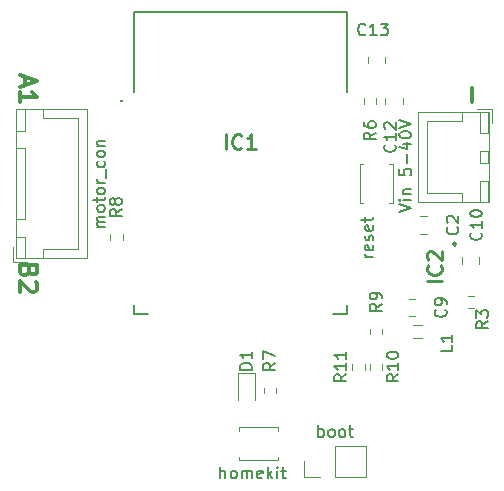
<source format=gbr>
%TF.GenerationSoftware,KiCad,Pcbnew,(6.0.5)*%
%TF.CreationDate,2022-06-02T01:51:08+02:00*%
%TF.ProjectId,Hardware,48617264-7761-4726-952e-6b696361645f,rev?*%
%TF.SameCoordinates,Original*%
%TF.FileFunction,Legend,Top*%
%TF.FilePolarity,Positive*%
%FSLAX46Y46*%
G04 Gerber Fmt 4.6, Leading zero omitted, Abs format (unit mm)*
G04 Created by KiCad (PCBNEW (6.0.5)) date 2022-06-02 01:51:08*
%MOMM*%
%LPD*%
G01*
G04 APERTURE LIST*
%ADD10C,0.300000*%
%ADD11C,0.254000*%
%ADD12C,0.150000*%
%ADD13C,0.200000*%
%ADD14C,0.120000*%
%ADD15C,0.250000*%
G04 APERTURE END LIST*
D10*
X96607142Y-117892857D02*
X96535714Y-118107142D01*
X96464285Y-118178571D01*
X96321428Y-118250000D01*
X96107142Y-118250000D01*
X95964285Y-118178571D01*
X95892857Y-118107142D01*
X95821428Y-117964285D01*
X95821428Y-117392857D01*
X97321428Y-117392857D01*
X97321428Y-117892857D01*
X97250000Y-118035714D01*
X97178571Y-118107142D01*
X97035714Y-118178571D01*
X96892857Y-118178571D01*
X96750000Y-118107142D01*
X96678571Y-118035714D01*
X96607142Y-117892857D01*
X96607142Y-117392857D01*
X97178571Y-118821428D02*
X97250000Y-118892857D01*
X97321428Y-119035714D01*
X97321428Y-119392857D01*
X97250000Y-119535714D01*
X97178571Y-119607142D01*
X97035714Y-119678571D01*
X96892857Y-119678571D01*
X96678571Y-119607142D01*
X95821428Y-118750000D01*
X95821428Y-119678571D01*
X96250000Y-101428571D02*
X96250000Y-102142857D01*
X95821428Y-101285714D02*
X97321428Y-101785714D01*
X95821428Y-102285714D01*
X95821428Y-103571428D02*
X95821428Y-102714285D01*
X95821428Y-103142857D02*
X97321428Y-103142857D01*
X97107142Y-103000000D01*
X96964285Y-102857142D01*
X96892857Y-102714285D01*
X134107142Y-103571428D02*
X134107142Y-102428571D01*
D11*
%TO.C,IC1*%
X113260238Y-107574523D02*
X113260238Y-106304523D01*
X114590714Y-107453571D02*
X114530238Y-107514047D01*
X114348809Y-107574523D01*
X114227857Y-107574523D01*
X114046428Y-107514047D01*
X113925476Y-107393095D01*
X113865000Y-107272142D01*
X113804523Y-107030238D01*
X113804523Y-106848809D01*
X113865000Y-106606904D01*
X113925476Y-106485952D01*
X114046428Y-106365000D01*
X114227857Y-106304523D01*
X114348809Y-106304523D01*
X114530238Y-106365000D01*
X114590714Y-106425476D01*
X115800238Y-107574523D02*
X115074523Y-107574523D01*
X115437380Y-107574523D02*
X115437380Y-106304523D01*
X115316428Y-106485952D01*
X115195476Y-106606904D01*
X115074523Y-106667380D01*
D12*
%TO.C,C12*%
X127562229Y-107200365D02*
X127609848Y-107247984D01*
X127657467Y-107390841D01*
X127657467Y-107486079D01*
X127609848Y-107628936D01*
X127514610Y-107724174D01*
X127419372Y-107771793D01*
X127228896Y-107819412D01*
X127086039Y-107819412D01*
X126895563Y-107771793D01*
X126800325Y-107724174D01*
X126705087Y-107628936D01*
X126657467Y-107486079D01*
X126657467Y-107390841D01*
X126705087Y-107247984D01*
X126752706Y-107200365D01*
X127657467Y-106247984D02*
X127657467Y-106819412D01*
X127657467Y-106533698D02*
X126657467Y-106533698D01*
X126800325Y-106628936D01*
X126895563Y-106724174D01*
X126943182Y-106819412D01*
X126752706Y-105867031D02*
X126705087Y-105819412D01*
X126657467Y-105724174D01*
X126657467Y-105486079D01*
X126705087Y-105390841D01*
X126752706Y-105343222D01*
X126847944Y-105295603D01*
X126943182Y-105295603D01*
X127086039Y-105343222D01*
X127657467Y-105914650D01*
X127657467Y-105295603D01*
%TO.C,SW1*%
X125739122Y-116701500D02*
X125072456Y-116701500D01*
X125262932Y-116701500D02*
X125167694Y-116653881D01*
X125120075Y-116606262D01*
X125072456Y-116511024D01*
X125072456Y-116415786D01*
X125691503Y-115701500D02*
X125739122Y-115796738D01*
X125739122Y-115987214D01*
X125691503Y-116082453D01*
X125596265Y-116130072D01*
X125215313Y-116130072D01*
X125120075Y-116082453D01*
X125072456Y-115987214D01*
X125072456Y-115796738D01*
X125120075Y-115701500D01*
X125215313Y-115653881D01*
X125310551Y-115653881D01*
X125405789Y-116130072D01*
X125691503Y-115272929D02*
X125739122Y-115177691D01*
X125739122Y-114987214D01*
X125691503Y-114891976D01*
X125596265Y-114844357D01*
X125548646Y-114844357D01*
X125453408Y-114891976D01*
X125405789Y-114987214D01*
X125405789Y-115130072D01*
X125358170Y-115225310D01*
X125262932Y-115272929D01*
X125215313Y-115272929D01*
X125120075Y-115225310D01*
X125072456Y-115130072D01*
X125072456Y-114987214D01*
X125120075Y-114891976D01*
X125691503Y-114034833D02*
X125739122Y-114130072D01*
X125739122Y-114320548D01*
X125691503Y-114415786D01*
X125596265Y-114463405D01*
X125215313Y-114463405D01*
X125120075Y-114415786D01*
X125072456Y-114320548D01*
X125072456Y-114130072D01*
X125120075Y-114034833D01*
X125215313Y-113987214D01*
X125310551Y-113987214D01*
X125405789Y-114463405D01*
X125072456Y-113701500D02*
X125072456Y-113320548D01*
X124739122Y-113558643D02*
X125596265Y-113558643D01*
X125691503Y-113511024D01*
X125739122Y-113415786D01*
X125739122Y-113320548D01*
D11*
%TO.C,IC2*%
X131574523Y-118739761D02*
X130304523Y-118739761D01*
X131453571Y-117409285D02*
X131514047Y-117469761D01*
X131574523Y-117651190D01*
X131574523Y-117772142D01*
X131514047Y-117953571D01*
X131393095Y-118074523D01*
X131272142Y-118135000D01*
X131030238Y-118195476D01*
X130848809Y-118195476D01*
X130606904Y-118135000D01*
X130485952Y-118074523D01*
X130365000Y-117953571D01*
X130304523Y-117772142D01*
X130304523Y-117651190D01*
X130365000Y-117469761D01*
X130425476Y-117409285D01*
X130425476Y-116925476D02*
X130365000Y-116865000D01*
X130304523Y-116744047D01*
X130304523Y-116441666D01*
X130365000Y-116320714D01*
X130425476Y-116260238D01*
X130546428Y-116199761D01*
X130667380Y-116199761D01*
X130848809Y-116260238D01*
X131574523Y-116985952D01*
X131574523Y-116199761D01*
D12*
%TO.C,R10*%
X127882380Y-126642857D02*
X127406190Y-126976190D01*
X127882380Y-127214285D02*
X126882380Y-127214285D01*
X126882380Y-126833333D01*
X126930000Y-126738095D01*
X126977619Y-126690476D01*
X127072857Y-126642857D01*
X127215714Y-126642857D01*
X127310952Y-126690476D01*
X127358571Y-126738095D01*
X127406190Y-126833333D01*
X127406190Y-127214285D01*
X127882380Y-125690476D02*
X127882380Y-126261904D01*
X127882380Y-125976190D02*
X126882380Y-125976190D01*
X127025238Y-126071428D01*
X127120476Y-126166666D01*
X127168095Y-126261904D01*
X126882380Y-125071428D02*
X126882380Y-124976190D01*
X126930000Y-124880952D01*
X126977619Y-124833333D01*
X127072857Y-124785714D01*
X127263333Y-124738095D01*
X127501428Y-124738095D01*
X127691904Y-124785714D01*
X127787142Y-124833333D01*
X127834761Y-124880952D01*
X127882380Y-124976190D01*
X127882380Y-125071428D01*
X127834761Y-125166666D01*
X127787142Y-125214285D01*
X127691904Y-125261904D01*
X127501428Y-125309523D01*
X127263333Y-125309523D01*
X127072857Y-125261904D01*
X126977619Y-125214285D01*
X126930000Y-125166666D01*
X126882380Y-125071428D01*
%TO.C,D1*%
X115452380Y-126238095D02*
X114452380Y-126238095D01*
X114452380Y-126000000D01*
X114500000Y-125857142D01*
X114595238Y-125761904D01*
X114690476Y-125714285D01*
X114880952Y-125666666D01*
X115023809Y-125666666D01*
X115214285Y-125714285D01*
X115309523Y-125761904D01*
X115404761Y-125857142D01*
X115452380Y-126000000D01*
X115452380Y-126238095D01*
X115452380Y-124714285D02*
X115452380Y-125285714D01*
X115452380Y-125000000D02*
X114452380Y-125000000D01*
X114595238Y-125095238D01*
X114690476Y-125190476D01*
X114738095Y-125285714D01*
%TO.C,J2*%
X103027380Y-114142857D02*
X102360714Y-114142857D01*
X102455952Y-114142857D02*
X102408333Y-114095238D01*
X102360714Y-114000000D01*
X102360714Y-113857142D01*
X102408333Y-113761904D01*
X102503571Y-113714285D01*
X103027380Y-113714285D01*
X102503571Y-113714285D02*
X102408333Y-113666666D01*
X102360714Y-113571428D01*
X102360714Y-113428571D01*
X102408333Y-113333333D01*
X102503571Y-113285714D01*
X103027380Y-113285714D01*
X103027380Y-112666666D02*
X102979761Y-112761904D01*
X102932142Y-112809523D01*
X102836904Y-112857142D01*
X102551190Y-112857142D01*
X102455952Y-112809523D01*
X102408333Y-112761904D01*
X102360714Y-112666666D01*
X102360714Y-112523809D01*
X102408333Y-112428571D01*
X102455952Y-112380952D01*
X102551190Y-112333333D01*
X102836904Y-112333333D01*
X102932142Y-112380952D01*
X102979761Y-112428571D01*
X103027380Y-112523809D01*
X103027380Y-112666666D01*
X102360714Y-112047619D02*
X102360714Y-111666666D01*
X102027380Y-111904761D02*
X102884523Y-111904761D01*
X102979761Y-111857142D01*
X103027380Y-111761904D01*
X103027380Y-111666666D01*
X103027380Y-111190476D02*
X102979761Y-111285714D01*
X102932142Y-111333333D01*
X102836904Y-111380952D01*
X102551190Y-111380952D01*
X102455952Y-111333333D01*
X102408333Y-111285714D01*
X102360714Y-111190476D01*
X102360714Y-111047619D01*
X102408333Y-110952380D01*
X102455952Y-110904761D01*
X102551190Y-110857142D01*
X102836904Y-110857142D01*
X102932142Y-110904761D01*
X102979761Y-110952380D01*
X103027380Y-111047619D01*
X103027380Y-111190476D01*
X103027380Y-110428571D02*
X102360714Y-110428571D01*
X102551190Y-110428571D02*
X102455952Y-110380952D01*
X102408333Y-110333333D01*
X102360714Y-110238095D01*
X102360714Y-110142857D01*
X103122619Y-110047619D02*
X103122619Y-109285714D01*
X102979761Y-108619047D02*
X103027380Y-108714285D01*
X103027380Y-108904761D01*
X102979761Y-109000000D01*
X102932142Y-109047619D01*
X102836904Y-109095238D01*
X102551190Y-109095238D01*
X102455952Y-109047619D01*
X102408333Y-109000000D01*
X102360714Y-108904761D01*
X102360714Y-108714285D01*
X102408333Y-108619047D01*
X103027380Y-108047619D02*
X102979761Y-108142857D01*
X102932142Y-108190476D01*
X102836904Y-108238095D01*
X102551190Y-108238095D01*
X102455952Y-108190476D01*
X102408333Y-108142857D01*
X102360714Y-108047619D01*
X102360714Y-107904761D01*
X102408333Y-107809523D01*
X102455952Y-107761904D01*
X102551190Y-107714285D01*
X102836904Y-107714285D01*
X102932142Y-107761904D01*
X102979761Y-107809523D01*
X103027380Y-107904761D01*
X103027380Y-108047619D01*
X102360714Y-107285714D02*
X103027380Y-107285714D01*
X102455952Y-107285714D02*
X102408333Y-107238095D01*
X102360714Y-107142857D01*
X102360714Y-107000000D01*
X102408333Y-106904761D01*
X102503571Y-106857142D01*
X103027380Y-106857142D01*
%TO.C,R9*%
X126452380Y-120666666D02*
X125976190Y-121000000D01*
X126452380Y-121238095D02*
X125452380Y-121238095D01*
X125452380Y-120857142D01*
X125500000Y-120761904D01*
X125547619Y-120714285D01*
X125642857Y-120666666D01*
X125785714Y-120666666D01*
X125880952Y-120714285D01*
X125928571Y-120761904D01*
X125976190Y-120857142D01*
X125976190Y-121238095D01*
X126452380Y-120190476D02*
X126452380Y-120000000D01*
X126404761Y-119904761D01*
X126357142Y-119857142D01*
X126214285Y-119761904D01*
X126023809Y-119714285D01*
X125642857Y-119714285D01*
X125547619Y-119761904D01*
X125500000Y-119809523D01*
X125452380Y-119904761D01*
X125452380Y-120095238D01*
X125500000Y-120190476D01*
X125547619Y-120238095D01*
X125642857Y-120285714D01*
X125880952Y-120285714D01*
X125976190Y-120238095D01*
X126023809Y-120190476D01*
X126071428Y-120095238D01*
X126071428Y-119904761D01*
X126023809Y-119809523D01*
X125976190Y-119761904D01*
X125880952Y-119714285D01*
%TO.C,C9*%
X131857142Y-121166666D02*
X131904761Y-121214285D01*
X131952380Y-121357142D01*
X131952380Y-121452380D01*
X131904761Y-121595238D01*
X131809523Y-121690476D01*
X131714285Y-121738095D01*
X131523809Y-121785714D01*
X131380952Y-121785714D01*
X131190476Y-121738095D01*
X131095238Y-121690476D01*
X131000000Y-121595238D01*
X130952380Y-121452380D01*
X130952380Y-121357142D01*
X131000000Y-121214285D01*
X131047619Y-121166666D01*
X131952380Y-120690476D02*
X131952380Y-120500000D01*
X131904761Y-120404761D01*
X131857142Y-120357142D01*
X131714285Y-120261904D01*
X131523809Y-120214285D01*
X131142857Y-120214285D01*
X131047619Y-120261904D01*
X131000000Y-120309523D01*
X130952380Y-120404761D01*
X130952380Y-120595238D01*
X131000000Y-120690476D01*
X131047619Y-120738095D01*
X131142857Y-120785714D01*
X131380952Y-120785714D01*
X131476190Y-120738095D01*
X131523809Y-120690476D01*
X131571428Y-120595238D01*
X131571428Y-120404761D01*
X131523809Y-120309523D01*
X131476190Y-120261904D01*
X131380952Y-120214285D01*
%TO.C,R3*%
X135452380Y-122166666D02*
X134976190Y-122500000D01*
X135452380Y-122738095D02*
X134452380Y-122738095D01*
X134452380Y-122357142D01*
X134500000Y-122261904D01*
X134547619Y-122214285D01*
X134642857Y-122166666D01*
X134785714Y-122166666D01*
X134880952Y-122214285D01*
X134928571Y-122261904D01*
X134976190Y-122357142D01*
X134976190Y-122738095D01*
X134452380Y-121833333D02*
X134452380Y-121214285D01*
X134833333Y-121547619D01*
X134833333Y-121404761D01*
X134880952Y-121309523D01*
X134928571Y-121261904D01*
X135023809Y-121214285D01*
X135261904Y-121214285D01*
X135357142Y-121261904D01*
X135404761Y-121309523D01*
X135452380Y-121404761D01*
X135452380Y-121690476D01*
X135404761Y-121785714D01*
X135357142Y-121833333D01*
%TO.C,L1*%
X132452380Y-124166666D02*
X132452380Y-124642857D01*
X131452380Y-124642857D01*
X132452380Y-123309523D02*
X132452380Y-123880952D01*
X132452380Y-123595238D02*
X131452380Y-123595238D01*
X131595238Y-123690476D01*
X131690476Y-123785714D01*
X131738095Y-123880952D01*
%TO.C,C13*%
X125081092Y-97857142D02*
X125033473Y-97904761D01*
X124890616Y-97952380D01*
X124795378Y-97952380D01*
X124652521Y-97904761D01*
X124557283Y-97809523D01*
X124509664Y-97714285D01*
X124462045Y-97523809D01*
X124462045Y-97380952D01*
X124509664Y-97190476D01*
X124557283Y-97095238D01*
X124652521Y-97000000D01*
X124795378Y-96952380D01*
X124890616Y-96952380D01*
X125033473Y-97000000D01*
X125081092Y-97047619D01*
X126033473Y-97952380D02*
X125462045Y-97952380D01*
X125747759Y-97952380D02*
X125747759Y-96952380D01*
X125652521Y-97095238D01*
X125557283Y-97190476D01*
X125462045Y-97238095D01*
X126366807Y-96952380D02*
X126985854Y-96952380D01*
X126652521Y-97333333D01*
X126795378Y-97333333D01*
X126890616Y-97380952D01*
X126938235Y-97428571D01*
X126985854Y-97523809D01*
X126985854Y-97761904D01*
X126938235Y-97857142D01*
X126890616Y-97904761D01*
X126795378Y-97952380D01*
X126509664Y-97952380D01*
X126414426Y-97904761D01*
X126366807Y-97857142D01*
%TO.C,SW2*%
X112809523Y-135452380D02*
X112809523Y-134452380D01*
X113238095Y-135452380D02*
X113238095Y-134928571D01*
X113190476Y-134833333D01*
X113095238Y-134785714D01*
X112952380Y-134785714D01*
X112857142Y-134833333D01*
X112809523Y-134880952D01*
X113857142Y-135452380D02*
X113761904Y-135404761D01*
X113714285Y-135357142D01*
X113666666Y-135261904D01*
X113666666Y-134976190D01*
X113714285Y-134880952D01*
X113761904Y-134833333D01*
X113857142Y-134785714D01*
X114000000Y-134785714D01*
X114095238Y-134833333D01*
X114142857Y-134880952D01*
X114190476Y-134976190D01*
X114190476Y-135261904D01*
X114142857Y-135357142D01*
X114095238Y-135404761D01*
X114000000Y-135452380D01*
X113857142Y-135452380D01*
X114619047Y-135452380D02*
X114619047Y-134785714D01*
X114619047Y-134880952D02*
X114666666Y-134833333D01*
X114761904Y-134785714D01*
X114904761Y-134785714D01*
X115000000Y-134833333D01*
X115047619Y-134928571D01*
X115047619Y-135452380D01*
X115047619Y-134928571D02*
X115095238Y-134833333D01*
X115190476Y-134785714D01*
X115333333Y-134785714D01*
X115428571Y-134833333D01*
X115476190Y-134928571D01*
X115476190Y-135452380D01*
X116333333Y-135404761D02*
X116238095Y-135452380D01*
X116047619Y-135452380D01*
X115952380Y-135404761D01*
X115904761Y-135309523D01*
X115904761Y-134928571D01*
X115952380Y-134833333D01*
X116047619Y-134785714D01*
X116238095Y-134785714D01*
X116333333Y-134833333D01*
X116380952Y-134928571D01*
X116380952Y-135023809D01*
X115904761Y-135119047D01*
X116809523Y-135452380D02*
X116809523Y-134452380D01*
X116904761Y-135071428D02*
X117190476Y-135452380D01*
X117190476Y-134785714D02*
X116809523Y-135166666D01*
X117619047Y-135452380D02*
X117619047Y-134785714D01*
X117619047Y-134452380D02*
X117571428Y-134500000D01*
X117619047Y-134547619D01*
X117666666Y-134500000D01*
X117619047Y-134452380D01*
X117619047Y-134547619D01*
X117952380Y-134785714D02*
X118333333Y-134785714D01*
X118095238Y-134452380D02*
X118095238Y-135309523D01*
X118142857Y-135404761D01*
X118238095Y-135452380D01*
X118333333Y-135452380D01*
%TO.C,R8*%
X104452380Y-112666666D02*
X103976190Y-113000000D01*
X104452380Y-113238095D02*
X103452380Y-113238095D01*
X103452380Y-112857142D01*
X103500000Y-112761904D01*
X103547619Y-112714285D01*
X103642857Y-112666666D01*
X103785714Y-112666666D01*
X103880952Y-112714285D01*
X103928571Y-112761904D01*
X103976190Y-112857142D01*
X103976190Y-113238095D01*
X103880952Y-112095238D02*
X103833333Y-112190476D01*
X103785714Y-112238095D01*
X103690476Y-112285714D01*
X103642857Y-112285714D01*
X103547619Y-112238095D01*
X103500000Y-112190476D01*
X103452380Y-112095238D01*
X103452380Y-111904761D01*
X103500000Y-111809523D01*
X103547619Y-111761904D01*
X103642857Y-111714285D01*
X103690476Y-111714285D01*
X103785714Y-111761904D01*
X103833333Y-111809523D01*
X103880952Y-111904761D01*
X103880952Y-112095238D01*
X103928571Y-112190476D01*
X103976190Y-112238095D01*
X104071428Y-112285714D01*
X104261904Y-112285714D01*
X104357142Y-112238095D01*
X104404761Y-112190476D01*
X104452380Y-112095238D01*
X104452380Y-111904761D01*
X104404761Y-111809523D01*
X104357142Y-111761904D01*
X104261904Y-111714285D01*
X104071428Y-111714285D01*
X103976190Y-111761904D01*
X103928571Y-111809523D01*
X103880952Y-111904761D01*
%TO.C,R6*%
X125952380Y-106166666D02*
X125476190Y-106500000D01*
X125952380Y-106738095D02*
X124952380Y-106738095D01*
X124952380Y-106357142D01*
X125000000Y-106261904D01*
X125047619Y-106214285D01*
X125142857Y-106166666D01*
X125285714Y-106166666D01*
X125380952Y-106214285D01*
X125428571Y-106261904D01*
X125476190Y-106357142D01*
X125476190Y-106738095D01*
X124952380Y-105309523D02*
X124952380Y-105500000D01*
X125000000Y-105595238D01*
X125047619Y-105642857D01*
X125190476Y-105738095D01*
X125380952Y-105785714D01*
X125761904Y-105785714D01*
X125857142Y-105738095D01*
X125904761Y-105690476D01*
X125952380Y-105595238D01*
X125952380Y-105404761D01*
X125904761Y-105309523D01*
X125857142Y-105261904D01*
X125761904Y-105214285D01*
X125523809Y-105214285D01*
X125428571Y-105261904D01*
X125380952Y-105309523D01*
X125333333Y-105404761D01*
X125333333Y-105595238D01*
X125380952Y-105690476D01*
X125428571Y-105738095D01*
X125523809Y-105785714D01*
%TO.C,C2*%
X132857142Y-114166666D02*
X132904761Y-114214285D01*
X132952380Y-114357142D01*
X132952380Y-114452380D01*
X132904761Y-114595238D01*
X132809523Y-114690476D01*
X132714285Y-114738095D01*
X132523809Y-114785714D01*
X132380952Y-114785714D01*
X132190476Y-114738095D01*
X132095238Y-114690476D01*
X132000000Y-114595238D01*
X131952380Y-114452380D01*
X131952380Y-114357142D01*
X132000000Y-114214285D01*
X132047619Y-114166666D01*
X132047619Y-113785714D02*
X132000000Y-113738095D01*
X131952380Y-113642857D01*
X131952380Y-113404761D01*
X132000000Y-113309523D01*
X132047619Y-113261904D01*
X132142857Y-113214285D01*
X132238095Y-113214285D01*
X132380952Y-113261904D01*
X132952380Y-113833333D01*
X132952380Y-113214285D01*
%TO.C,J1*%
X127952380Y-112880952D02*
X128952380Y-112547619D01*
X127952380Y-112214285D01*
X128952380Y-111880952D02*
X128285714Y-111880952D01*
X127952380Y-111880952D02*
X128000000Y-111928571D01*
X128047619Y-111880952D01*
X128000000Y-111833333D01*
X127952380Y-111880952D01*
X128047619Y-111880952D01*
X128285714Y-111404761D02*
X128952380Y-111404761D01*
X128380952Y-111404761D02*
X128333333Y-111357142D01*
X128285714Y-111261904D01*
X128285714Y-111119047D01*
X128333333Y-111023809D01*
X128428571Y-110976190D01*
X128952380Y-110976190D01*
X127952380Y-109261904D02*
X127952380Y-109738095D01*
X128428571Y-109785714D01*
X128380952Y-109738095D01*
X128333333Y-109642857D01*
X128333333Y-109404761D01*
X128380952Y-109309523D01*
X128428571Y-109261904D01*
X128523809Y-109214285D01*
X128761904Y-109214285D01*
X128857142Y-109261904D01*
X128904761Y-109309523D01*
X128952380Y-109404761D01*
X128952380Y-109642857D01*
X128904761Y-109738095D01*
X128857142Y-109785714D01*
X128571428Y-108785714D02*
X128571428Y-108023809D01*
X128285714Y-107119047D02*
X128952380Y-107119047D01*
X127904761Y-107357142D02*
X128619047Y-107595238D01*
X128619047Y-106976190D01*
X127952380Y-106404761D02*
X127952380Y-106309523D01*
X128000000Y-106214285D01*
X128047619Y-106166666D01*
X128142857Y-106119047D01*
X128333333Y-106071428D01*
X128571428Y-106071428D01*
X128761904Y-106119047D01*
X128857142Y-106166666D01*
X128904761Y-106214285D01*
X128952380Y-106309523D01*
X128952380Y-106404761D01*
X128904761Y-106500000D01*
X128857142Y-106547619D01*
X128761904Y-106595238D01*
X128571428Y-106642857D01*
X128333333Y-106642857D01*
X128142857Y-106595238D01*
X128047619Y-106547619D01*
X128000000Y-106500000D01*
X127952380Y-106404761D01*
X127952380Y-105785714D02*
X128952380Y-105452380D01*
X127952380Y-105119047D01*
%TO.C,R7*%
X117452380Y-125666666D02*
X116976190Y-126000000D01*
X117452380Y-126238095D02*
X116452380Y-126238095D01*
X116452380Y-125857142D01*
X116500000Y-125761904D01*
X116547619Y-125714285D01*
X116642857Y-125666666D01*
X116785714Y-125666666D01*
X116880952Y-125714285D01*
X116928571Y-125761904D01*
X116976190Y-125857142D01*
X116976190Y-126238095D01*
X116452380Y-125333333D02*
X116452380Y-124666666D01*
X117452380Y-125095238D01*
%TO.C,R11*%
X123452380Y-126642857D02*
X122976190Y-126976190D01*
X123452380Y-127214285D02*
X122452380Y-127214285D01*
X122452380Y-126833333D01*
X122500000Y-126738095D01*
X122547619Y-126690476D01*
X122642857Y-126642857D01*
X122785714Y-126642857D01*
X122880952Y-126690476D01*
X122928571Y-126738095D01*
X122976190Y-126833333D01*
X122976190Y-127214285D01*
X123452380Y-125690476D02*
X123452380Y-126261904D01*
X123452380Y-125976190D02*
X122452380Y-125976190D01*
X122595238Y-126071428D01*
X122690476Y-126166666D01*
X122738095Y-126261904D01*
X123452380Y-124738095D02*
X123452380Y-125309523D01*
X123452380Y-125023809D02*
X122452380Y-125023809D01*
X122595238Y-125119047D01*
X122690476Y-125214285D01*
X122738095Y-125309523D01*
%TO.C,J3*%
X121095238Y-131952380D02*
X121095238Y-130952380D01*
X121095238Y-131333333D02*
X121190476Y-131285714D01*
X121380952Y-131285714D01*
X121476190Y-131333333D01*
X121523809Y-131380952D01*
X121571428Y-131476190D01*
X121571428Y-131761904D01*
X121523809Y-131857142D01*
X121476190Y-131904761D01*
X121380952Y-131952380D01*
X121190476Y-131952380D01*
X121095238Y-131904761D01*
X122142857Y-131952380D02*
X122047619Y-131904761D01*
X122000000Y-131857142D01*
X121952380Y-131761904D01*
X121952380Y-131476190D01*
X122000000Y-131380952D01*
X122047619Y-131333333D01*
X122142857Y-131285714D01*
X122285714Y-131285714D01*
X122380952Y-131333333D01*
X122428571Y-131380952D01*
X122476190Y-131476190D01*
X122476190Y-131761904D01*
X122428571Y-131857142D01*
X122380952Y-131904761D01*
X122285714Y-131952380D01*
X122142857Y-131952380D01*
X123047619Y-131952380D02*
X122952380Y-131904761D01*
X122904761Y-131857142D01*
X122857142Y-131761904D01*
X122857142Y-131476190D01*
X122904761Y-131380952D01*
X122952380Y-131333333D01*
X123047619Y-131285714D01*
X123190476Y-131285714D01*
X123285714Y-131333333D01*
X123333333Y-131380952D01*
X123380952Y-131476190D01*
X123380952Y-131761904D01*
X123333333Y-131857142D01*
X123285714Y-131904761D01*
X123190476Y-131952380D01*
X123047619Y-131952380D01*
X123666666Y-131285714D02*
X124047619Y-131285714D01*
X123809523Y-130952380D02*
X123809523Y-131809523D01*
X123857142Y-131904761D01*
X123952380Y-131952380D01*
X124047619Y-131952380D01*
%TO.C,C10*%
X134857142Y-114642857D02*
X134904761Y-114690476D01*
X134952380Y-114833333D01*
X134952380Y-114928571D01*
X134904761Y-115071428D01*
X134809523Y-115166666D01*
X134714285Y-115214285D01*
X134523809Y-115261904D01*
X134380952Y-115261904D01*
X134190476Y-115214285D01*
X134095238Y-115166666D01*
X134000000Y-115071428D01*
X133952380Y-114928571D01*
X133952380Y-114833333D01*
X134000000Y-114690476D01*
X134047619Y-114642857D01*
X134952380Y-113690476D02*
X134952380Y-114261904D01*
X134952380Y-113976190D02*
X133952380Y-113976190D01*
X134095238Y-114071428D01*
X134190476Y-114166666D01*
X134238095Y-114261904D01*
X133952380Y-113071428D02*
X133952380Y-112976190D01*
X134000000Y-112880952D01*
X134047619Y-112833333D01*
X134142857Y-112785714D01*
X134333333Y-112738095D01*
X134571428Y-112738095D01*
X134761904Y-112785714D01*
X134857142Y-112833333D01*
X134904761Y-112880952D01*
X134952380Y-112976190D01*
X134952380Y-113071428D01*
X134904761Y-113166666D01*
X134857142Y-113214285D01*
X134761904Y-113261904D01*
X134571428Y-113309523D01*
X134333333Y-113309523D01*
X134142857Y-113261904D01*
X134047619Y-113214285D01*
X134000000Y-113166666D01*
X133952380Y-113071428D01*
D13*
%TO.C,IC1*%
X105500000Y-96000000D02*
X105500000Y-102750000D01*
X104500000Y-103490000D02*
X104500000Y-103490000D01*
X123500000Y-102750000D02*
X123500000Y-96000000D01*
X104400000Y-103490000D02*
X104400000Y-103490000D01*
X104400000Y-103490000D02*
X104400000Y-103490000D01*
X123500000Y-121500000D02*
X123500000Y-120750000D01*
X122300000Y-121500000D02*
X123500000Y-121500000D01*
X123500000Y-96000000D02*
X105500000Y-96000000D01*
X105500000Y-120750000D02*
X105500000Y-121500000D01*
X105500000Y-121500000D02*
X106700000Y-121500000D01*
X104500000Y-103490000D02*
G75*
G03*
X104400000Y-103490000I-50000J0D01*
G01*
X104400000Y-103490000D02*
G75*
G03*
X104500000Y-103490000I50000J0D01*
G01*
X104400000Y-103490000D02*
G75*
G03*
X104500000Y-103490000I50000J0D01*
G01*
D14*
%TO.C,C12*%
X126765000Y-103761252D02*
X126765000Y-103238748D01*
X128235000Y-103761252D02*
X128235000Y-103238748D01*
%TO.C,SW1*%
X127400000Y-108850000D02*
X127400000Y-112150000D01*
X124600000Y-108850000D02*
X124600000Y-112150000D01*
X127100000Y-108850000D02*
X127400000Y-108850000D01*
X127400000Y-112150000D02*
X127100000Y-112150000D01*
X124600000Y-112150000D02*
X124900000Y-112150000D01*
X124900000Y-108850000D02*
X124600000Y-108850000D01*
D15*
%TO.C,IC2*%
X132775000Y-115600000D02*
G75*
G03*
X132775000Y-115600000I-125000J0D01*
G01*
D14*
%TO.C,R10*%
X126522500Y-125762742D02*
X126522500Y-126237258D01*
X125477500Y-125762742D02*
X125477500Y-126237258D01*
%TO.C,D1*%
X115735000Y-128800000D02*
X115735000Y-126515000D01*
X114265000Y-126515000D02*
X114265000Y-128800000D01*
X115735000Y-126515000D02*
X114265000Y-126515000D01*
%TO.C,J2*%
X101485000Y-104190000D02*
X95515000Y-104190000D01*
X96275000Y-106000000D02*
X96275000Y-104200000D01*
X95225000Y-117100000D02*
X96475000Y-117100000D01*
X95225000Y-115850000D02*
X95225000Y-117100000D01*
X100725000Y-104950000D02*
X100725000Y-110500000D01*
X95525000Y-116800000D02*
X96275000Y-116800000D01*
X97775000Y-104200000D02*
X97775000Y-104950000D01*
X97775000Y-116050000D02*
X100725000Y-116050000D01*
X95525000Y-115000000D02*
X95525000Y-116800000D01*
X95525000Y-104200000D02*
X95525000Y-106000000D01*
X96275000Y-107500000D02*
X95525000Y-107500000D01*
X96275000Y-115000000D02*
X95525000Y-115000000D01*
X96275000Y-116800000D02*
X96275000Y-115000000D01*
X97775000Y-116800000D02*
X97775000Y-116050000D01*
X95525000Y-113500000D02*
X96275000Y-113500000D01*
X100725000Y-116050000D02*
X100725000Y-110500000D01*
X97775000Y-104950000D02*
X100725000Y-104950000D01*
X95515000Y-104190000D02*
X95515000Y-116810000D01*
X95525000Y-106000000D02*
X96275000Y-106000000D01*
X95515000Y-116810000D02*
X101485000Y-116810000D01*
X96275000Y-113500000D02*
X96275000Y-107500000D01*
X96275000Y-104200000D02*
X95525000Y-104200000D01*
X95525000Y-107500000D02*
X95525000Y-113500000D01*
X101485000Y-116810000D02*
X101485000Y-104190000D01*
%TO.C,R9*%
X125477500Y-122762742D02*
X125477500Y-123237258D01*
X126522500Y-122762742D02*
X126522500Y-123237258D01*
%TO.C,C9*%
X129261252Y-121735000D02*
X128738748Y-121735000D01*
X129261252Y-120265000D02*
X128738748Y-120265000D01*
%TO.C,R3*%
X133762742Y-119977500D02*
X134237258Y-119977500D01*
X133762742Y-121022500D02*
X134237258Y-121022500D01*
%TO.C,L1*%
X129100378Y-123560000D02*
X129899622Y-123560000D01*
X129100378Y-122440000D02*
X129899622Y-122440000D01*
%TO.C,C13*%
X125265000Y-100261252D02*
X125265000Y-99738748D01*
X126735000Y-100261252D02*
X126735000Y-99738748D01*
%TO.C,SW2*%
X114350000Y-131400000D02*
X114350000Y-131100000D01*
X114350000Y-131100000D02*
X117650000Y-131100000D01*
X114350000Y-133600000D02*
X114350000Y-133900000D01*
X117650000Y-133900000D02*
X117650000Y-133600000D01*
X117650000Y-131100000D02*
X117650000Y-131400000D01*
X114350000Y-133900000D02*
X117650000Y-133900000D01*
%TO.C,R8*%
X104522500Y-115237258D02*
X104522500Y-114762742D01*
X103477500Y-115237258D02*
X103477500Y-114762742D01*
%TO.C,R6*%
X126022500Y-103737258D02*
X126022500Y-103262742D01*
X124977500Y-103737258D02*
X124977500Y-103262742D01*
%TO.C,C2*%
X129738748Y-113265000D02*
X130261252Y-113265000D01*
X129738748Y-114735000D02*
X130261252Y-114735000D01*
%TO.C,J1*%
X135500000Y-107750000D02*
X134750000Y-107750000D01*
X135800000Y-104150000D02*
X134550000Y-104150000D01*
X134750000Y-110250000D02*
X134750000Y-112050000D01*
X135500000Y-108750000D02*
X135500000Y-107750000D01*
X135500000Y-110250000D02*
X134750000Y-110250000D01*
X133250000Y-111300000D02*
X130300000Y-111300000D01*
X135800000Y-105400000D02*
X135800000Y-104150000D01*
X135510000Y-112060000D02*
X135510000Y-104440000D01*
X134750000Y-112050000D02*
X135500000Y-112050000D01*
X130300000Y-111300000D02*
X130300000Y-108250000D01*
X134750000Y-108750000D02*
X135500000Y-108750000D01*
X134750000Y-106250000D02*
X135500000Y-106250000D01*
X133250000Y-104450000D02*
X133250000Y-105200000D01*
X135500000Y-104450000D02*
X134750000Y-104450000D01*
X134750000Y-107750000D02*
X134750000Y-108750000D01*
X134750000Y-104450000D02*
X134750000Y-106250000D01*
X129540000Y-112060000D02*
X135510000Y-112060000D01*
X135500000Y-106250000D02*
X135500000Y-104450000D01*
X135510000Y-104440000D02*
X129540000Y-104440000D01*
X133250000Y-112050000D02*
X133250000Y-111300000D01*
X130300000Y-105200000D02*
X130300000Y-108250000D01*
X133250000Y-105200000D02*
X130300000Y-105200000D01*
X135500000Y-112050000D02*
X135500000Y-110250000D01*
X129540000Y-104440000D02*
X129540000Y-112060000D01*
%TO.C,R7*%
X117522500Y-128237258D02*
X117522500Y-127762742D01*
X116477500Y-128237258D02*
X116477500Y-127762742D01*
%TO.C,R11*%
X125022500Y-125762742D02*
X125022500Y-126237258D01*
X123977500Y-125762742D02*
X123977500Y-126237258D01*
%TO.C,J3*%
X122495000Y-132670000D02*
X125095000Y-132670000D01*
X121225000Y-135330000D02*
X119895000Y-135330000D01*
X119895000Y-135330000D02*
X119895000Y-134000000D01*
X122495000Y-135330000D02*
X122495000Y-132670000D01*
X122495000Y-135330000D02*
X125095000Y-135330000D01*
X125095000Y-135330000D02*
X125095000Y-132670000D01*
%TO.C,C10*%
X133265000Y-117261252D02*
X133265000Y-116738748D01*
X134735000Y-117261252D02*
X134735000Y-116738748D01*
%TD*%
M02*

</source>
